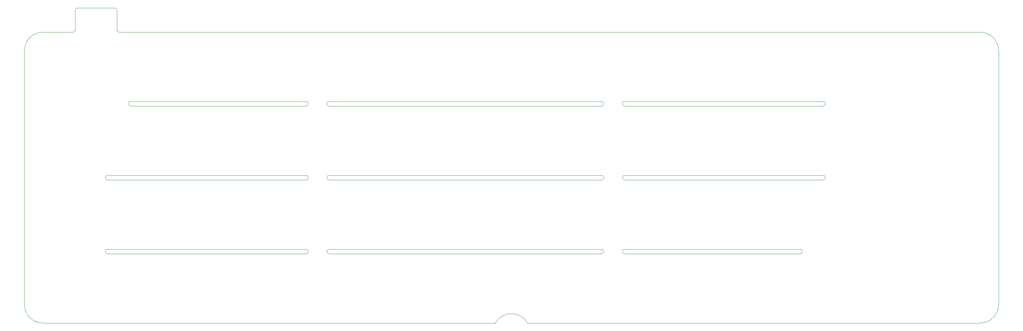
<source format=gm1>
G04 #@! TF.GenerationSoftware,KiCad,Pcbnew,(6.0.5-0)*
G04 #@! TF.CreationDate,2022-09-01T08:31:32-05:00*
G04 #@! TF.ProjectId,pcb,7063622e-6b69-4636-9164-5f7063625858,rev?*
G04 #@! TF.SameCoordinates,Original*
G04 #@! TF.FileFunction,Profile,NP*
%FSLAX46Y46*%
G04 Gerber Fmt 4.6, Leading zero omitted, Abs format (unit mm)*
G04 Created by KiCad (PCBNEW (6.0.5-0)) date 2022-09-01 08:31:32*
%MOMM*%
%LPD*%
G01*
G04 APERTURE LIST*
G04 #@! TA.AperFunction,Profile*
%ADD10C,0.050000*%
G04 #@! TD*
G04 APERTURE END LIST*
D10*
X91057416Y-43668942D02*
X91057416Y-38608805D01*
X329182645Y-49026759D02*
G75*
G03*
X324420112Y-44264255I-4762545J-41D01*
G01*
X150588667Y-81173661D02*
X99391798Y-81173661D01*
X226788731Y-82364339D02*
G75*
G03*
X226788731Y-81173661I69J595339D01*
G01*
X226788731Y-100223677D02*
X156541895Y-100223677D01*
X156541846Y-62123687D02*
X226788731Y-62123603D01*
X232741959Y-62123687D02*
X283938722Y-62123645D01*
X232741959Y-100223719D02*
X277985717Y-100223675D01*
X324420112Y-119273716D02*
G75*
G03*
X329182616Y-114511189I-12J4762516D01*
G01*
X199404383Y-119273693D02*
X82723034Y-119273693D01*
X283938795Y-82364165D02*
G75*
G03*
X283938795Y-81173635I5J595265D01*
G01*
X82723034Y-44264260D02*
G75*
G03*
X77960530Y-49026759I-4J-4762500D01*
G01*
X329182616Y-49026759D02*
X329182616Y-114511189D01*
X156541846Y-62123687D02*
G75*
G03*
X156541846Y-63314313I-46J-595313D01*
G01*
X232741910Y-81173671D02*
G75*
G03*
X232741910Y-82364329I-10J-595329D01*
G01*
X283938795Y-82364261D02*
X232741910Y-82364329D01*
X105344913Y-62123603D02*
X150588667Y-62123645D01*
X77960507Y-114511189D02*
G75*
G03*
X82723034Y-119273693I4762493J-11D01*
G01*
X232741910Y-81173703D02*
X283938795Y-81173635D01*
X105344913Y-63314229D02*
X150588667Y-63314271D01*
X283938722Y-63314271D02*
X232741959Y-63314313D01*
X226788731Y-63314229D02*
X156541846Y-63314313D01*
X207738763Y-119273693D02*
X324420112Y-119273693D01*
X101773130Y-43668958D02*
G75*
G03*
X102368363Y-44264270I595270J-42D01*
G01*
X156541895Y-100223697D02*
G75*
G03*
X156541895Y-101414303I-95J-595303D01*
G01*
X324420112Y-44264255D02*
X102368363Y-44264270D01*
X150588667Y-63314355D02*
G75*
G03*
X150588667Y-62123645I33J595355D01*
G01*
X150588667Y-101414165D02*
G75*
G03*
X150588667Y-100223635I33J595265D01*
G01*
X91652729Y-38013494D02*
X101177738Y-38013494D01*
X150588667Y-100223635D02*
X99391794Y-100223677D01*
X232741959Y-100223655D02*
G75*
G03*
X232741959Y-101414345I-59J-595345D01*
G01*
X99391798Y-82364287D02*
X150588667Y-82364287D01*
X156541895Y-81173713D02*
G75*
G03*
X156541895Y-82364287I-95J-595287D01*
G01*
X207738763Y-119273693D02*
G75*
G03*
X199404383Y-119273693I-4167190J-2381252D01*
G01*
X277985717Y-101414301D02*
X232741959Y-101414345D01*
X105344913Y-62123571D02*
G75*
G03*
X105344913Y-63314229I-13J-595329D01*
G01*
X283938722Y-63314355D02*
G75*
G03*
X283938722Y-62123645I78J595355D01*
G01*
X77960530Y-114511189D02*
X77960530Y-49026759D01*
X101773050Y-38608806D02*
X101773050Y-43668958D01*
X101773006Y-38608806D02*
G75*
G03*
X101177738Y-38013494I-595306J6D01*
G01*
X277985717Y-101414325D02*
G75*
G03*
X277985717Y-100223675I-17J595325D01*
G01*
X226788731Y-82364287D02*
X156541895Y-82364287D01*
X99391794Y-101414303D02*
X150588667Y-101414261D01*
X156541895Y-101414303D02*
X226788731Y-101414303D01*
X150588667Y-82364339D02*
G75*
G03*
X150588667Y-81173661I33J595339D01*
G01*
X226788731Y-101414323D02*
G75*
G03*
X226788731Y-100223677I69J595323D01*
G01*
X91652728Y-38013516D02*
G75*
G03*
X91057416Y-38608806I-28J-595284D01*
G01*
X99391794Y-100223697D02*
G75*
G03*
X99391794Y-101414303I6J-595303D01*
G01*
X90462104Y-44264216D02*
G75*
G03*
X91057416Y-43668943I-4J595316D01*
G01*
X232741959Y-62123687D02*
G75*
G03*
X232741959Y-63314313I-59J-595313D01*
G01*
X226788731Y-63314197D02*
G75*
G03*
X226788731Y-62123603I69J595297D01*
G01*
X82723034Y-44264255D02*
X90462104Y-44264255D01*
X99391798Y-81173713D02*
G75*
G03*
X99391798Y-82364287I2J-595287D01*
G01*
X156541895Y-81173661D02*
X226788731Y-81173661D01*
M02*

</source>
